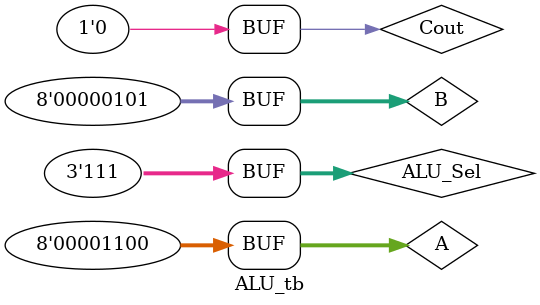
<source format=v>
module ALU_tb;  

    reg [7:0] A, B;  
    reg [2:0] ALU_Sel;  
    wire [7:0] Out;  
    wire  Cout;  

    alu_8_bit tb ( .A(A), .B(B),  .ALU_Sel(ALU_Sel), .Out(Out), .Cout(Cout));
    assign Cout=0;
    initial 
	begin  
	//S$monitor("A=%b B=%b ALU_Sel=%b Out=%b Cout=%b ", A, B, ALU_Sel, Out, Cout);
        // Test Case 1: Addition (A + B)
        A = 8'b00001100;  // 12
        B = 8'b00000101;  // 5
        ALU_Sel = 3'b000; // Addition
        #10;

        // Test Case 2: Subtraction (A - B)
        A = 8'b00001100;  // 12
        B = 8'b00000101;  // 5
        ALU_Sel = 3'b001; // Subtraction
        #10;

        // Test Case 3: AND Operation
        A = 8'b11001100;
        B = 8'b10101010;
        ALU_Sel = 3'b010; // AND
        #10;

        // Test Case 4: OR Operation
        A = 8'b11001100;
        B = 8'b10101010;
        ALU_Sel = 3'b011; // OR
        #10;

        // Test Case 5: XOR Operation
        ALU_Sel = 3'b100; // XOR
        #10;

        // Test Case 6: Multiplication
        A = 8'b00001100;  // 12
        B = 8'b00000101;  // 5
        ALU_Sel = 3'b101; // Multiplication
        #10;

        // Test Case 7: Right Shift
	A = 8'b00001100;
        ALU_Sel = 3'b110; // Right Shift
        #10;

        // Test Case 8: Left Shift
        ALU_Sel = 3'b111; // Left Shift
        #10;
    end  
endmodule

</source>
